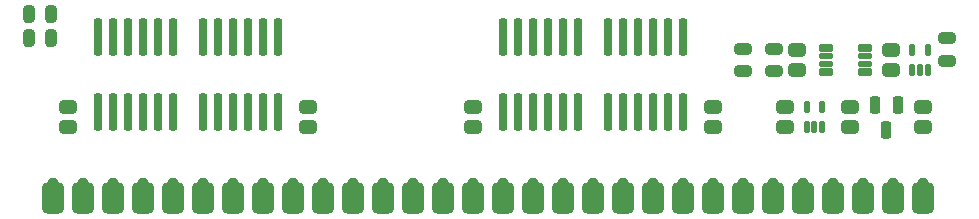
<source format=gts>
G04 #@! TF.GenerationSoftware,KiCad,Pcbnew,7.0.1-0*
G04 #@! TF.CreationDate,2023-11-01T19:37:55-04:00*
G04 #@! TF.ProjectId,GW4194,47573431-3934-42e6-9b69-6361645f7063,1.1-SOJ-DC*
G04 #@! TF.SameCoordinates,Original*
G04 #@! TF.FileFunction,Soldermask,Top*
G04 #@! TF.FilePolarity,Negative*
%FSLAX46Y46*%
G04 Gerber Fmt 4.6, Leading zero omitted, Abs format (unit mm)*
G04 Created by KiCad (PCBNEW 7.0.1-0) date 2023-11-01 19:37:55*
%MOMM*%
%LPD*%
G01*
G04 APERTURE LIST*
G04 Aperture macros list*
%AMRoundRect*
0 Rectangle with rounded corners*
0 $1 Rounding radius*
0 $2 $3 $4 $5 $6 $7 $8 $9 X,Y pos of 4 corners*
0 Add a 4 corners polygon primitive as box body*
4,1,4,$2,$3,$4,$5,$6,$7,$8,$9,$2,$3,0*
0 Add four circle primitives for the rounded corners*
1,1,$1+$1,$2,$3*
1,1,$1+$1,$4,$5*
1,1,$1+$1,$6,$7*
1,1,$1+$1,$8,$9*
0 Add four rect primitives between the rounded corners*
20,1,$1+$1,$2,$3,$4,$5,0*
20,1,$1+$1,$4,$5,$6,$7,0*
20,1,$1+$1,$6,$7,$8,$9,0*
20,1,$1+$1,$8,$9,$2,$3,0*%
G04 Aperture macros list end*
%ADD10RoundRect,0.312500X-0.437500X0.262500X-0.437500X-0.262500X0.437500X-0.262500X0.437500X0.262500X0*%
%ADD11RoundRect,0.312500X0.437500X-0.262500X0.437500X0.262500X-0.437500X0.262500X-0.437500X-0.262500X0*%
%ADD12C,0.952400*%
%ADD13RoundRect,0.520700X-0.444500X-0.825500X0.444500X-0.825500X0.444500X0.825500X-0.444500X0.825500X0*%
%ADD14RoundRect,0.262500X0.212500X0.487500X-0.212500X0.487500X-0.212500X-0.487500X0.212500X-0.487500X0*%
%ADD15RoundRect,0.262500X-0.212500X-0.487500X0.212500X-0.487500X0.212500X0.487500X-0.212500X0.487500X0*%
%ADD16RoundRect,0.262500X-0.487500X0.212500X-0.487500X-0.212500X0.487500X-0.212500X0.487500X0.212500X0*%
%ADD17RoundRect,0.140000X0.100000X-0.400000X0.100000X0.400000X-0.100000X0.400000X-0.100000X-0.400000X0*%
%ADD18RoundRect,0.250000X-0.200000X0.475000X-0.200000X-0.475000X0.200000X-0.475000X0.200000X0.475000X0*%
%ADD19RoundRect,0.262500X0.487500X-0.212500X0.487500X0.212500X-0.487500X0.212500X-0.487500X-0.212500X0*%
%ADD20RoundRect,0.200000X0.150000X-1.374000X0.150000X1.374000X-0.150000X1.374000X-0.150000X-1.374000X0*%
%ADD21RoundRect,0.186300X-0.425000X-0.150000X0.425000X-0.150000X0.425000X0.150000X-0.425000X0.150000X0*%
%ADD22RoundRect,0.136300X-0.475000X-0.100000X0.475000X-0.100000X0.475000X0.100000X-0.475000X0.100000X0*%
%ADD23RoundRect,0.148800X-0.462500X-0.112500X0.462500X-0.112500X0.462500X0.112500X-0.462500X0.112500X0*%
G04 APERTURE END LIST*
D10*
X85090000Y-92407000D03*
X85090000Y-94107000D03*
X105410000Y-92407000D03*
X105410000Y-94107000D03*
X119380000Y-92407000D03*
X119380000Y-94107000D03*
D11*
X157480000Y-94107000D03*
X157480000Y-92407000D03*
D12*
X83820000Y-98806000D03*
D13*
X83820000Y-100076000D03*
D12*
X86360000Y-98806000D03*
D13*
X86360000Y-100076000D03*
D12*
X88900000Y-98806000D03*
D13*
X88900000Y-100076000D03*
D12*
X91440000Y-98806000D03*
D13*
X91440000Y-100076000D03*
D12*
X93980000Y-98806000D03*
D13*
X93980000Y-100076000D03*
D12*
X96520000Y-98806000D03*
D13*
X96520000Y-100076000D03*
D12*
X99060000Y-98806000D03*
D13*
X99060000Y-100076000D03*
D12*
X101600000Y-98806000D03*
D13*
X101600000Y-100076000D03*
D12*
X104140000Y-98806000D03*
D13*
X104140000Y-100076000D03*
D12*
X106680000Y-98806000D03*
D13*
X106680000Y-100076000D03*
D12*
X109220000Y-98806000D03*
D13*
X109220000Y-100076000D03*
D12*
X111760000Y-98806000D03*
D13*
X111760000Y-100076000D03*
D12*
X114300000Y-98806000D03*
D13*
X114300000Y-100076000D03*
D12*
X116840000Y-98806000D03*
D13*
X116840000Y-100076000D03*
D12*
X119380000Y-98806000D03*
D13*
X119380000Y-100076000D03*
D12*
X121920000Y-98806000D03*
D13*
X121920000Y-100076000D03*
D12*
X124460000Y-98806000D03*
D13*
X124460000Y-100076000D03*
D12*
X127000000Y-98806000D03*
D13*
X127000000Y-100076000D03*
D12*
X129540000Y-98806000D03*
D13*
X129540000Y-100076000D03*
D12*
X132080000Y-98806000D03*
D13*
X132080000Y-100076000D03*
D12*
X134620000Y-98806000D03*
D13*
X134620000Y-100076000D03*
D12*
X137160000Y-98806000D03*
D13*
X137160000Y-100076000D03*
D12*
X139700000Y-98806000D03*
D13*
X139700000Y-100076000D03*
D12*
X142240000Y-98806000D03*
D13*
X142240000Y-100076000D03*
D12*
X144780000Y-98806000D03*
D13*
X144780000Y-100076000D03*
D12*
X147320000Y-98806000D03*
D13*
X147320000Y-100076000D03*
D12*
X149860000Y-98806000D03*
D13*
X149860000Y-100076000D03*
D12*
X152400000Y-98806000D03*
D13*
X152400000Y-100076000D03*
D12*
X154940000Y-98806000D03*
D13*
X154940000Y-100076000D03*
D12*
X157480000Y-98806000D03*
D13*
X157480000Y-100076000D03*
D14*
X83650000Y-86500000D03*
X81750000Y-86500000D03*
D15*
X81750000Y-84500000D03*
X83650000Y-84500000D03*
D10*
X146800000Y-87550000D03*
X146800000Y-89250000D03*
D16*
X144800000Y-87450000D03*
X144800000Y-89350000D03*
D17*
X147600000Y-94100000D03*
X148250000Y-94100000D03*
X148900000Y-94100000D03*
X148900000Y-92400000D03*
X147600000Y-92400000D03*
X156550000Y-89250000D03*
X157200000Y-89250000D03*
X157850000Y-89250000D03*
X157850000Y-87550000D03*
X156550000Y-87550000D03*
D10*
X154700000Y-87550000D03*
X154700000Y-89250000D03*
D18*
X155300000Y-92200000D03*
X153400000Y-92200000D03*
X154350000Y-94300000D03*
D10*
X151250000Y-92400000D03*
X151250000Y-94100000D03*
D19*
X142200000Y-89350000D03*
X142200000Y-87450000D03*
D10*
X145800000Y-92400000D03*
X145800000Y-94100000D03*
D20*
X121920000Y-92837000D03*
X123190000Y-92837000D03*
X124460000Y-92837000D03*
X125730000Y-92837000D03*
X127000000Y-92837000D03*
X128270000Y-92837000D03*
X130810000Y-92837000D03*
X132080000Y-92837000D03*
X133350000Y-92837000D03*
X134620000Y-92837000D03*
X135890000Y-92837000D03*
X137160000Y-92837000D03*
X137160000Y-86487000D03*
X135890000Y-86487000D03*
X134620000Y-86487000D03*
X133350000Y-86487000D03*
X132080000Y-86487000D03*
X130810000Y-86487000D03*
X128270000Y-86487000D03*
X127000000Y-86487000D03*
X125730000Y-86487000D03*
X124460000Y-86487000D03*
X123190000Y-86487000D03*
X121920000Y-86487000D03*
X87630000Y-92837000D03*
X88900000Y-92837000D03*
X90170000Y-92837000D03*
X91440000Y-92837000D03*
X92710000Y-92837000D03*
X93980000Y-92837000D03*
X96520000Y-92837000D03*
X97790000Y-92837000D03*
X99060000Y-92837000D03*
X100330000Y-92837000D03*
X101600000Y-92837000D03*
X102870000Y-92837000D03*
X102870000Y-86487000D03*
X101600000Y-86487000D03*
X100330000Y-86487000D03*
X99060000Y-86487000D03*
X97790000Y-86487000D03*
X96520000Y-86487000D03*
X93980000Y-86487000D03*
X92710000Y-86487000D03*
X91440000Y-86487000D03*
X90170000Y-86487000D03*
X88900000Y-86487000D03*
X87630000Y-86487000D03*
D10*
X139700000Y-92407000D03*
X139700000Y-94107000D03*
D21*
X149200000Y-87350000D03*
D22*
X149200000Y-88075000D03*
X149200000Y-88725000D03*
D21*
X149200000Y-89450000D03*
X152500000Y-89450000D03*
D23*
X152500000Y-88725000D03*
X152500000Y-88075000D03*
D21*
X152500000Y-87350000D03*
D16*
X159500000Y-86550000D03*
X159500000Y-88450000D03*
M02*

</source>
